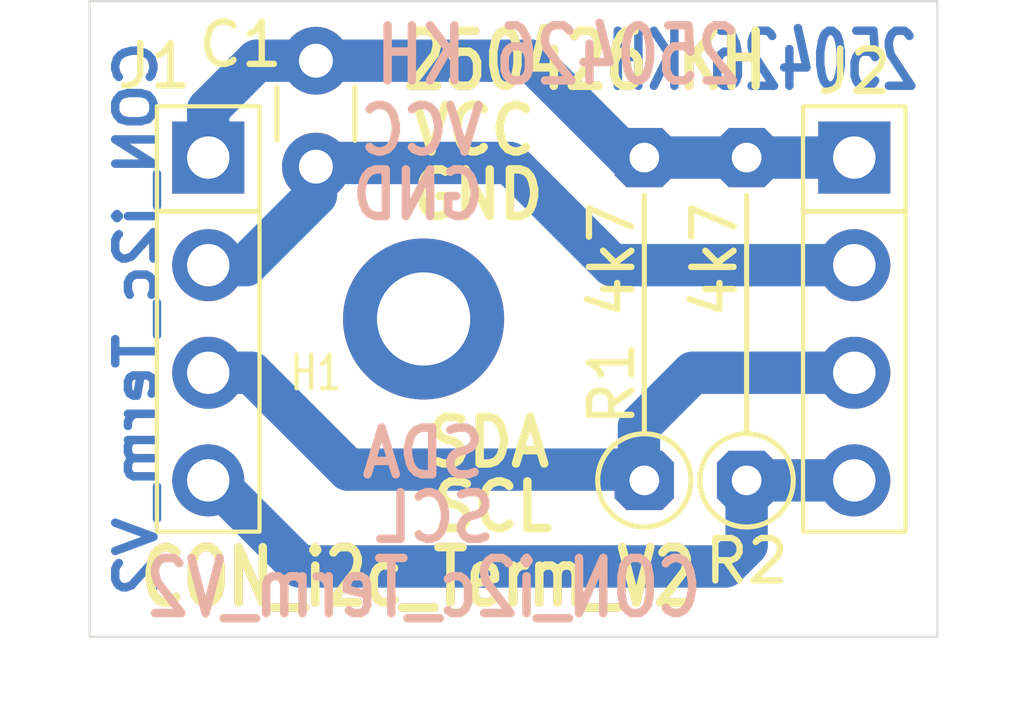
<source format=kicad_pcb>
(kicad_pcb (version 20240108) (generator "pcbnew") (generator_version "8.0")
  (layers (0 "F.Cu" signal) (31 "B.Cu" signal) (34 "B.Paste" user) (35 "F.Paste" user) (36 "B.SilkS" user "B.Silkscreen") (37 "F.SilkS" user "F.Silkscreen") (38 "B.Mask" user) (39 "F.Mask" user) (44 "Edge.Cuts" user))
  (net 0 "")
  (net 1 "/VCC")
  (net 2 "/GND")
  (net 3 "/SDA")
  (net 4 "/SCL")
  (footprint "_kh_library:R_Axial_P7.62_Vertical_kh" (layer "F.Cu") (at 63.5 58.42 90)
    (property "Reference" "R2" (at -1.905 0 180) (layer "F.SilkS"))
    (property "Value" "4k7" (at 5.207 -0.762 90) (layer "F.SilkS"))
    (fp_line (start 6.731 0) (end 1.1 0) (stroke (width 0.12)) (layer "F.SilkS"))
    (fp_circle (center 0 0) (end 1.1 0) (stroke (width 0.12)) (fill none) (layer "F.SilkS"))
    (pad "1" thru_hole roundrect (at 0 0 90) (size 1.4 1.4) (drill 0.7) (layers "*.Cu" "*.Mask") (roundrect_rratio 0) (chamfer_ratio 0.2) (chamfer top_left top_right bottom_left bottom_right) (net 4 "/SCL"))
    (pad "2" thru_hole roundrect (at 7.62 0 90) (size 1.4 1.4) (drill 0.7) (layers "*.Cu" "*.Mask") (roundrect_rratio 0) (chamfer_ratio 0.2) (chamfer top_left top_right bottom_left bottom_right) (net 1 "/VCC"))
  )
  (footprint "_kh_library:MountingHole_2.2mm_M2_Pad_TopBottom_kh" (layer "F.Cu") (at 55.88 54.61)
    (property "Reference" "H1" (at -2.54 1.27 0) (layer "F.SilkS") (effects (font (size 0.8 0.6) (thickness 0.1))))
    (property "Value" "MountingHole")
    (pad "1" thru_hole circle (at 0 0) (size 2.6 2.6) (drill 2.2) (layers "*.Cu" "*.Mask"))
    (pad "1" connect circle (at 0 0) (size 3.8 3.8) (layers "F.Cu" "F.Mask"))
    (pad "1" connect circle (at 0 0) (size 3.8 3.8) (layers "B.Cu" "B.Mask"))
  )
  (footprint "_kh_library:R_Axial_P7.62_Vertical_kh" (layer "F.Cu") (at 61.087 58.42 90)
    (property "Reference" "R1" (at 2.286 -0.762 90) (layer "F.SilkS"))
    (property "Value" "4k7" (at 5.207 -0.762 90) (layer "F.SilkS"))
    (fp_line (start 6.731 0) (end 1.1 0) (stroke (width 0.12)) (layer "F.SilkS"))
    (fp_circle (center 0 0) (end 1.1 0) (stroke (width 0.12)) (fill none) (layer "F.SilkS"))
    (pad "1" thru_hole roundrect (at 0 0 90) (size 1.4 1.4) (drill 0.7) (layers "*.Cu" "*.Mask") (roundrect_rratio 0) (chamfer_ratio 0.2) (chamfer top_left top_right bottom_left bottom_right) (net 3 "/SDA"))
    (pad "2" thru_hole roundrect (at 7.62 0 90) (size 1.4 1.4) (drill 0.7) (layers "*.Cu" "*.Mask") (roundrect_rratio 0) (chamfer_ratio 0.2) (chamfer top_left top_right bottom_left bottom_right) (net 1 "/VCC"))
  )
  (footprint "_kh_library:PinSocket_1x04_P2.54mm_Vertical_kh" (layer "F.Cu") (at 66.04 50.8)
    (property "Reference" "J2" (at 0 -2.032 0) (layer "F.SilkS"))
    (property "Value" "Conn_01x04_Socket")
    (fp_line (start -1.21 1.27) (end 1.21 1.27) (stroke (width 0.12)) (layer "F.SilkS"))
    (fp_rect (start -1.21 -1.21) (end 1.21 8.83) (stroke (width 0.1)) (fill none) (layer "F.SilkS"))
    (pad "1" thru_hole rect (at 0 0) (size 1.7 1.7) (drill 1) (layers "*.Cu" "*.Mask") (net 1 "/VCC"))
    (pad "2" thru_hole oval (at 0 2.54) (size 1.7 1.7) (drill 1) (layers "*.Cu" "*.Mask") (net 2 "/GND"))
    (pad "3" thru_hole oval (at 0 5.08) (size 1.7 1.7) (drill 1) (layers "*.Cu" "*.Mask") (net 3 "/SDA"))
    (pad "4" thru_hole oval (at 0 7.62) (size 1.7 1.7) (drill 1) (layers "*.Cu" "*.Mask") (net 4 "/SCL"))
  )
  (footprint "_kh_library:PinSocket_1x04_P2.54mm_Vertical_kh" (layer "F.Cu") (at 50.8 50.8)
    (property "Reference" "J1" (at -1.27 -2.159 0) (layer "F.SilkS"))
    (property "Value" "Conn_01x04_Pin")
    (fp_line (start -1.21 1.27) (end 1.21 1.27) (stroke (width 0.12)) (layer "F.SilkS"))
    (fp_rect (start -1.21 -1.21) (end 1.21 8.83) (stroke (width 0.1)) (fill none) (layer "F.SilkS"))
    (pad "1" thru_hole rect (at 0 0) (size 1.7 1.7) (drill 1) (layers "*.Cu" "*.Mask") (net 1 "/VCC"))
    (pad "2" thru_hole oval (at 0 2.54) (size 1.7 1.7) (drill 1) (layers "*.Cu" "*.Mask") (net 2 "/GND"))
    (pad "3" thru_hole oval (at 0 5.08) (size 1.7 1.7) (drill 1) (layers "*.Cu" "*.Mask") (net 3 "/SDA"))
    (pad "4" thru_hole oval (at 0 7.62) (size 1.7 1.7) (drill 1) (layers "*.Cu" "*.Mask") (net 4 "/SCL"))
  )
  (footprint "Capacitor_THT:C_Disc_D3.0mm_W1.6mm_P2.50mm" (layer "F.Cu") (at 53.34 48.514 -90)
    (property "Reference" "C1" (at -0.381 1.778 180) (layer "F.SilkS"))
    (property "Value" "100nF")
    (fp_line (start 0.621 0.92) (end 1.879 0.92) (stroke (width 0.12)) (layer "F.SilkS"))
    (fp_line (start 0.621 -0.92) (end 1.879 -0.92) (stroke (width 0.12)) (layer "F.SilkS"))
    (pad "1" thru_hole circle (at 0 0 270) (size 1.6 1.6) (drill 0.8) (layers "*.Cu" "*.Mask") (net 1 "/VCC"))
    (pad "2" thru_hole circle (at 2.5 0 270) (size 1.6 1.6) (drill 0.8) (layers "*.Cu" "*.Mask") (net 2 "/GND"))
  )
  (gr_rect (start 48 47.11) (end 68 62.11) (stroke (width 0.05)) (fill none) (layer "Edge.Cuts"))
  (gr_text "CON_i2c_Term_V2" (at 55.753 60.706 0) (layer "F.Cu") (effects (font (size 1.3 1) (thickness 0.2) (bold yes))))
  (gr_text "250426 KH" (at 59.69 48.514 0) (layer "F.Cu") (effects (font (size 1.3 1) (thickness 0.2) (bold yes))))
  (gr_text "CON_i2c_Term_V2" (at 49.1 54.61 90) (layer "B.Cu") (effects (font (size 0.9 1) (thickness 0.2) (bold yes)) (justify mirror)))
  (gr_text "250426 KH" (at 63.881 48.514 0) (layer "B.Cu") (effects (font (size 1.3 0.85) (thickness 0.2) (bold yes)) (justify mirror)))
  (gr_text "SDA" (at 57.404 58.42 0) (layer "B.SilkS") (effects (font (size 1.1 1) (thickness 0.2) (bold yes)) (justify left bottom mirror)))
  (gr_text "SCL" (at 57.658 59.944 0) (layer "B.SilkS") (effects (font (size 1.1 1) (thickness 0.2) (bold yes)) (justify left bottom mirror)))
  (gr_text "GND" (at 57.404 52.324 0) (layer "B.SilkS") (effects (font (size 1.1 1) (thickness 0.2) (bold yes)) (justify left bottom mirror)))
  (gr_text "250426 KH" (at 59.055 48.387 0) (layer "B.SilkS") (effects (font (size 1.3 1) (thickness 0.2) (bold yes)) (justify mirror)))
  (gr_text "CON_i2c_Term_V2" (at 55.88 60.96 0) (layer "B.SilkS") (effects (font (size 1.3 1) (thickness 0.2) (bold yes)) (justify mirror)))
  (gr_text "VCC" (at 57.404 50.8 0) (layer "B.SilkS") (effects (font (size 1.1 1) (thickness 0.2) (bold yes)) (justify left bottom mirror)))
  (gr_text "SDA" (at 55.88 58.166 0) (layer "F.SilkS") (effects (font (size 1.1 1) (thickness 0.2) (bold yes)) (justify left bottom)))
  (gr_text "SCL" (at 56.007 59.69 0) (layer "F.SilkS") (effects (font (size 1.1 1) (thickness 0.2) (bold yes)) (justify left bottom)))
  (gr_text "VCC" (at 55.499 50.8 0) (layer "F.SilkS") (effects (font (size 1.1 1) (thickness 0.2) (bold yes)) (justify left bottom)))
  (gr_text "CON_i2c_Term_V2" (at 55.753 60.706 0) (layer "F.SilkS") (effects (font (size 1.3 1) (thickness 0.2) (bold yes))))
  (gr_text "GND" (at 55.499 52.324 0) (layer "F.SilkS") (effects (font (size 1.1 1) (thickness 0.2) (bold yes)) (justify left bottom)))
  (gr_text "250426 KH" (at 59.69 48.514 0) (layer "F.SilkS") (effects (font (size 1.3 1) (thickness 0.2) (bold yes))))
  (segment (start 63.627 50.8) (end 66.04 50.8) (width 1) (layer "B.Cu") (net 1))
  (segment (start 50.8 49.657) (end 50.8 50.8) (width 1) (layer "B.Cu") (net 1))
  (segment (start 60.706 50.8) (end 58.42 48.514) (width 1) (layer "B.Cu") (net 1))
  (segment (start 61.214 50.8) (end 63.627 50.8) (width 1) (layer "B.Cu") (net 1))
  (segment (start 51.943 48.514) (end 50.8 49.657) (width 1) (layer "B.Cu") (net 1))
  (segment (start 53.34 48.514) (end 51.943 48.514) (width 1) (layer "B.Cu") (net 1))
  (segment (start 60.96 50.8) (end 60.706 50.8) (width 1) (layer "B.Cu") (net 1))
  (segment (start 58.42 48.514) (end 53.34 48.514) (width 1) (layer "B.Cu") (net 1))
  (segment (start 51.689 53.34) (end 50.8 53.34) (width 1) (layer "B.Cu") (net 2))
  (segment (start 53.34 51.689) (end 51.689 53.34) (width 1) (layer "B.Cu") (net 2))
  (segment (start 60.325 53.34) (end 66.04 53.34) (width 1) (layer "B.Cu") (net 2))
  (segment (start 53.427 50.927) (end 57.912 50.927) (width 1) (layer "B.Cu") (net 2))
  (segment (start 53.34 51.014) (end 53.34 51.689) (width 1) (layer "B.Cu") (net 2))
  (segment (start 57.912 50.927) (end 60.325 53.34) (width 1) (layer "B.Cu") (net 2))
  (segment (start 60.96 58.166) (end 61.214 58.42) (width 1) (layer "B.Cu") (net 3))
  (segment (start 62.23 55.88) (end 66.04 55.88) (width 1) (layer "B.Cu") (net 3))
  (segment (start 60.96 58.166) (end 60.96 57.15) (width 1) (layer "B.Cu") (net 3))
  (segment (start 50.8 55.88) (end 51.816 55.88) (width 1) (layer "B.Cu") (net 3))
  (segment (start 60.96 57.15) (end 62.23 55.88) (width 1) (layer "B.Cu") (net 3))
  (segment (start 51.816 55.88) (end 54.102 58.166) (width 1) (layer "B.Cu") (net 3))
  (segment (start 54.102 58.166) (end 60.96 58.166) (width 1) (layer "B.Cu") (net 3))
  (segment (start 62.992 60.452) (end 63.5 59.944) (width 1) (layer "B.Cu") (net 4))
  (segment (start 63.5 59.944) (end 63.5 58.42) (width 1) (layer "B.Cu") (net 4))
  (segment (start 50.927 58.42) (end 52.959 60.452) (width 1) (layer "B.Cu") (net 4))
  (segment (start 52.959 60.452) (end 62.992 60.452) (width 1) (layer "B.Cu") (net 4))
  (segment (start 66.04 58.42) (end 63.5 58.42) (width 1) (layer "B.Cu") (net 4))
)
</source>
